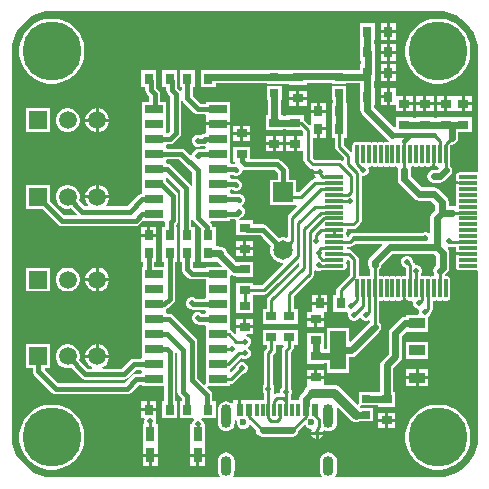
<source format=gtl>
G04*
G04 #@! TF.GenerationSoftware,Altium Limited,Altium Designer,22.9.1 (49)*
G04*
G04 Layer_Physical_Order=1*
G04 Layer_Color=255*
%FSLAX44Y44*%
%MOMM*%
G71*
G04*
G04 #@! TF.SameCoordinates,C6527EDA-D87B-4D04-AF07-29C5A3CB862A*
G04*
G04*
G04 #@! TF.FilePolarity,Positive*
G04*
G01*
G75*
%ADD10C,0.2540*%
%ADD13R,0.7000X0.6500*%
%ADD14R,0.9398X0.7620*%
G04:AMPARAMS|DCode=15|XSize=1.56mm|YSize=0.28mm|CornerRadius=0.035mm|HoleSize=0mm|Usage=FLASHONLY|Rotation=0.000|XOffset=0mm|YOffset=0mm|HoleType=Round|Shape=RoundedRectangle|*
%AMROUNDEDRECTD15*
21,1,1.5600,0.2100,0,0,0.0*
21,1,1.4900,0.2800,0,0,0.0*
1,1,0.0700,0.7450,-0.1050*
1,1,0.0700,-0.7450,-0.1050*
1,1,0.0700,-0.7450,0.1050*
1,1,0.0700,0.7450,0.1050*
%
%ADD15ROUNDEDRECTD15*%
%ADD16R,0.7600X1.2700*%
%ADD17R,0.7620X0.9398*%
G04:AMPARAMS|DCode=18|XSize=1.56mm|YSize=0.28mm|CornerRadius=0.035mm|HoleSize=0mm|Usage=FLASHONLY|Rotation=90.000|XOffset=0mm|YOffset=0mm|HoleType=Round|Shape=RoundedRectangle|*
%AMROUNDEDRECTD18*
21,1,1.5600,0.2100,0,0,90.0*
21,1,1.4900,0.2800,0,0,90.0*
1,1,0.0700,0.1050,0.7450*
1,1,0.0700,0.1050,-0.7450*
1,1,0.0700,-0.1050,-0.7450*
1,1,0.0700,-0.1050,0.7450*
%
%ADD18ROUNDEDRECTD18*%
%ADD19R,1.3500X0.9500*%
%ADD20R,1.3500X3.2500*%
%ADD21R,1.5250X0.6500*%
%ADD22R,0.6000X1.1400*%
%ADD23R,0.3000X1.1400*%
%ADD44C,0.4000*%
%ADD45C,0.6000*%
%ADD46C,0.8000*%
%ADD47C,0.2500*%
%ADD48C,1.6510*%
%ADD49R,1.6510X1.6510*%
%ADD50R,1.5080X1.5080*%
%ADD51C,1.5080*%
%ADD52C,5.0000*%
%ADD53O,0.9000X1.7000*%
%ADD54O,0.9000X2.0000*%
%ADD55C,0.6000*%
%ADD56C,0.5000*%
G36*
X718761Y1197020D02*
X723948Y1195774D01*
X728876Y1193733D01*
X733425Y1190946D01*
X737481Y1187481D01*
X740946Y1183425D01*
X743733Y1178876D01*
X745774Y1173948D01*
X747020Y1168761D01*
X747425Y1163613D01*
X747391Y1163443D01*
Y1061323D01*
X746750Y1060797D01*
X731850D01*
X730722Y1060572D01*
X729766Y1059934D01*
X729128Y1058978D01*
X728903Y1057850D01*
Y1055750D01*
X729128Y1054622D01*
X729343Y1054300D01*
X729128Y1053978D01*
X728947Y1053070D01*
X730658D01*
X730722Y1053027D01*
X731850Y1052803D01*
X739300D01*
Y1050797D01*
X731850D01*
X730722Y1050573D01*
X730658Y1050530D01*
X728947D01*
X729128Y1049622D01*
X729343Y1049300D01*
X729128Y1048978D01*
X728903Y1047850D01*
Y1045750D01*
X729128Y1044622D01*
X729343Y1044300D01*
X729128Y1043978D01*
X728903Y1042850D01*
Y1040750D01*
X729128Y1039622D01*
X729343Y1039300D01*
X729128Y1038978D01*
X728903Y1037850D01*
Y1035750D01*
X729128Y1034622D01*
X729343Y1034300D01*
X729128Y1033978D01*
X728903Y1032850D01*
Y1032734D01*
X727633Y1032064D01*
X725700Y1032449D01*
X722449D01*
Y1035700D01*
X722449Y1035700D01*
X722019Y1037862D01*
X720794Y1039694D01*
X720794Y1039694D01*
X713994Y1046494D01*
X712162Y1047719D01*
X710000Y1048149D01*
X710000Y1048148D01*
X699840D01*
X690648Y1057340D01*
Y1062500D01*
X690264Y1064433D01*
X690934Y1065703D01*
X691050D01*
X692178Y1065928D01*
X692500Y1066143D01*
X692822Y1065928D01*
X693950Y1065703D01*
X696050D01*
X697178Y1065928D01*
X697500Y1066143D01*
X697822Y1065928D01*
X698950Y1065703D01*
X701050D01*
X702178Y1065928D01*
X702500Y1066143D01*
X702822Y1065928D01*
X703950Y1065703D01*
X706050D01*
X707178Y1065928D01*
X707500Y1066143D01*
X707822Y1065928D01*
X708730Y1065747D01*
Y1067458D01*
X708773Y1067522D01*
X708997Y1068650D01*
Y1076100D01*
X711003D01*
Y1068650D01*
X711227Y1067522D01*
X711270Y1067458D01*
Y1065747D01*
X712178Y1065928D01*
X712333Y1066032D01*
X713572Y1065636D01*
X714036Y1064524D01*
X712660Y1063148D01*
X710000D01*
X707838Y1062719D01*
X706006Y1061494D01*
X704781Y1059662D01*
X704352Y1057500D01*
X704781Y1055338D01*
X706006Y1053506D01*
X707838Y1052281D01*
X710000Y1051852D01*
X715000D01*
X715000Y1051851D01*
X717162Y1052281D01*
X718994Y1053506D01*
X723994Y1058506D01*
X725219Y1060338D01*
X725648Y1062500D01*
X725219Y1064662D01*
X723994Y1066494D01*
X723864Y1066581D01*
Y1067984D01*
X723997Y1068650D01*
Y1083503D01*
X724871Y1084377D01*
X725000Y1084352D01*
X727162Y1084781D01*
X728994Y1086006D01*
X730219Y1087838D01*
X730648Y1090000D01*
Y1094760D01*
X742239D01*
Y1107460D01*
X727761D01*
Y1107460D01*
X727239D01*
Y1107460D01*
X712761D01*
Y1106758D01*
X709739D01*
Y1107460D01*
X695261D01*
Y1106758D01*
X692239D01*
Y1107460D01*
X677761D01*
Y1099387D01*
X676588Y1098901D01*
X659178Y1116310D01*
Y1117761D01*
X659880D01*
Y1132239D01*
X659178D01*
Y1137761D01*
X659880D01*
Y1144454D01*
X659988Y1145000D01*
Y1162500D01*
X659880Y1163046D01*
Y1169739D01*
X659178D01*
Y1172761D01*
X659880D01*
Y1187239D01*
X647180D01*
Y1172761D01*
X647881D01*
Y1169739D01*
X647180D01*
Y1155261D01*
X648691D01*
Y1152239D01*
X647180D01*
Y1147399D01*
X636040D01*
Y1147540D01*
X630046D01*
X629500Y1147649D01*
X602239D01*
Y1147740D01*
X587761D01*
Y1147218D01*
X581040D01*
Y1147540D01*
X568960D01*
Y1147399D01*
X542500D01*
X542500Y1147399D01*
X542500Y1147399D01*
X520640D01*
X520640Y1147399D01*
X519838Y1147239D01*
X512540D01*
Y1132761D01*
X525240D01*
Y1136102D01*
X542500D01*
X542500Y1136102D01*
X568960D01*
Y1135960D01*
X574986D01*
X575180Y1135921D01*
X575180Y1135921D01*
X587761D01*
Y1135040D01*
X602239D01*
Y1136351D01*
X623960D01*
Y1135960D01*
X636040D01*
Y1136102D01*
X647881D01*
Y1132239D01*
X647180D01*
Y1117761D01*
X647881D01*
Y1113970D01*
X647881Y1113970D01*
X648311Y1111808D01*
X649536Y1109976D01*
X671006Y1088506D01*
X671503Y1088174D01*
X671798Y1086449D01*
X671731Y1086361D01*
X671050Y1086497D01*
X668950D01*
X667822Y1086272D01*
X667500Y1086057D01*
X667178Y1086272D01*
X666050Y1086497D01*
X663950D01*
X662822Y1086272D01*
X662500Y1086057D01*
X662178Y1086272D01*
X661050Y1086497D01*
X658950D01*
X657822Y1086272D01*
X657500Y1086057D01*
X657178Y1086272D01*
X656050Y1086497D01*
X653950D01*
X652822Y1086272D01*
X652500Y1086057D01*
X652178Y1086272D01*
X651050Y1086497D01*
X648950D01*
X647822Y1086272D01*
X647500Y1086057D01*
X647178Y1086272D01*
X646050Y1086497D01*
X643950D01*
X642822Y1086272D01*
X641866Y1085633D01*
X641228Y1084678D01*
X641003Y1083550D01*
Y1078786D01*
X639733Y1078260D01*
X633885Y1084109D01*
Y1090261D01*
X636350D01*
Y1104739D01*
X636350D01*
Y1105261D01*
X636350D01*
Y1119739D01*
X635648D01*
Y1122460D01*
X636040D01*
Y1134040D01*
X623960D01*
Y1122460D01*
X624352D01*
Y1119739D01*
X623650D01*
Y1105261D01*
X623650D01*
Y1104739D01*
X623650D01*
Y1090261D01*
X626115D01*
Y1082500D01*
X626411Y1081013D01*
X627253Y1079753D01*
X633615Y1073391D01*
Y1071059D01*
X632345Y1070515D01*
X631487Y1071089D01*
X630000Y1071385D01*
X609109D01*
X607394Y1073100D01*
Y1090261D01*
X610950D01*
Y1097500D01*
X612220D01*
Y1098770D01*
X618570D01*
Y1103991D01*
X618570Y1104739D01*
X618570Y1106009D01*
Y1111230D01*
X612220D01*
X605870D01*
Y1106009D01*
X605870Y1105261D01*
X605870Y1103991D01*
Y1101283D01*
X604697Y1100797D01*
X599967Y1105527D01*
X599739Y1105679D01*
Y1109130D01*
X585261D01*
Y1108428D01*
X582239D01*
Y1109130D01*
X580648D01*
Y1122460D01*
X581040D01*
Y1134040D01*
X568960D01*
Y1122460D01*
X569352D01*
Y1109130D01*
X567761D01*
Y1096430D01*
X582239D01*
Y1097132D01*
X585261D01*
Y1096430D01*
X598076D01*
X599624Y1094882D01*
Y1091350D01*
X593770D01*
Y1085000D01*
Y1078650D01*
X599624D01*
Y1071491D01*
X599920Y1070004D01*
X600762Y1068744D01*
X604753Y1064753D01*
X606013Y1063911D01*
X607500Y1063615D01*
X608067D01*
X608773Y1062559D01*
X608557Y1062037D01*
X613486D01*
Y1059497D01*
X608557D01*
X609213Y1057912D01*
X610171Y1056955D01*
X609645Y1055685D01*
X609300D01*
X607813Y1055389D01*
X606553Y1054547D01*
X595891Y1043885D01*
X593295D01*
Y1054595D01*
X587129D01*
Y1062500D01*
X587129Y1062500D01*
X586777Y1064271D01*
X585773Y1065773D01*
X580773Y1070773D01*
X579271Y1071777D01*
X577500Y1072129D01*
X577500Y1072129D01*
X554739D01*
Y1082460D01*
X540261D01*
Y1069760D01*
X541745D01*
X541864Y1069472D01*
X541672Y1069026D01*
X540983Y1068279D01*
X537910D01*
X537285Y1069440D01*
Y1070560D01*
X537285Y1070710D01*
Y1081990D01*
X537285Y1082140D01*
Y1083260D01*
X537285Y1083410D01*
Y1094690D01*
X537285Y1094840D01*
Y1095960D01*
X537285Y1096110D01*
Y1100480D01*
X516955D01*
Y1096110D01*
X516955Y1095960D01*
Y1094819D01*
X516550Y1093679D01*
X514779Y1093327D01*
X513277Y1092323D01*
X513277Y1092323D01*
X513083Y1092129D01*
X511995D01*
X511003Y1092540D01*
X508997D01*
X507145Y1091773D01*
X505727Y1090355D01*
X504960Y1088503D01*
Y1086497D01*
X505727Y1084645D01*
X507145Y1083227D01*
X508997Y1082460D01*
X511003D01*
X511995Y1082871D01*
X515000D01*
X515000Y1082871D01*
X515933Y1083056D01*
X516692Y1082000D01*
X516315Y1080979D01*
X511350D01*
X511350Y1080979D01*
X509579Y1080627D01*
X508217Y1079716D01*
X507145Y1079273D01*
X505727Y1077855D01*
X504960Y1076003D01*
Y1075746D01*
X503787Y1075260D01*
X499423Y1079623D01*
X497921Y1080627D01*
X496150Y1080979D01*
X496150Y1080979D01*
X483670D01*
X483045Y1082140D01*
Y1083260D01*
X483670Y1084421D01*
X486550D01*
X486550Y1084421D01*
X488321Y1084773D01*
X489823Y1085777D01*
X494663Y1090617D01*
X494663Y1090617D01*
X495667Y1092119D01*
X496019Y1093890D01*
X496019Y1093890D01*
Y1121051D01*
X497289Y1121437D01*
X497837Y1120617D01*
X507277Y1111177D01*
X507277Y1111177D01*
X508779Y1110173D01*
X510550Y1109821D01*
X510550Y1109821D01*
X516330D01*
X516955Y1108660D01*
Y1107540D01*
X516955Y1107390D01*
Y1103020D01*
X537285D01*
Y1107390D01*
X537285Y1107540D01*
Y1108660D01*
X537285Y1108810D01*
Y1120240D01*
X516955D01*
Y1119079D01*
X512467D01*
X505739Y1125807D01*
Y1132761D01*
X507460D01*
Y1147239D01*
X494760D01*
Y1132761D01*
X496481D01*
Y1130139D01*
X495211Y1129754D01*
X494663Y1130574D01*
X494663Y1130574D01*
X492829Y1132408D01*
Y1138190D01*
X492829Y1138190D01*
X492740Y1138637D01*
Y1147239D01*
X480040D01*
Y1132761D01*
X483571D01*
Y1130491D01*
X483571Y1130491D01*
X483923Y1128719D01*
X484927Y1127218D01*
X486761Y1125384D01*
Y1095807D01*
X484830Y1093876D01*
X483496Y1094002D01*
X483045Y1094840D01*
Y1095960D01*
X483045Y1096110D01*
Y1107390D01*
X483045Y1107540D01*
Y1108660D01*
X483045Y1108810D01*
Y1120240D01*
X478239D01*
Y1127301D01*
X478239Y1127301D01*
X477887Y1129072D01*
X476883Y1130574D01*
X476883Y1130574D01*
X475049Y1132408D01*
Y1138190D01*
X475049Y1138190D01*
X474960Y1138637D01*
Y1147239D01*
X462260D01*
Y1132761D01*
X465791D01*
Y1130491D01*
X465791Y1130491D01*
X466143Y1128719D01*
X467147Y1127218D01*
X468981Y1125384D01*
Y1120240D01*
X462715D01*
Y1108810D01*
X462715Y1108660D01*
Y1107540D01*
X462715Y1107390D01*
Y1096110D01*
X462715Y1095960D01*
Y1094840D01*
X462715Y1094690D01*
Y1083410D01*
X462715Y1083260D01*
Y1082140D01*
X462715Y1081990D01*
Y1070710D01*
X462715Y1070560D01*
Y1069440D01*
X462715Y1069290D01*
Y1058010D01*
X462715Y1057860D01*
Y1056740D01*
X462715Y1056590D01*
Y1045310D01*
X462715Y1045160D01*
X462715D01*
Y1044040D01*
X462715D01*
Y1042773D01*
X461479Y1042527D01*
X459977Y1041523D01*
X459977Y1041523D01*
X450583Y1032129D01*
X433044D01*
X432557Y1033302D01*
X433066Y1033811D01*
X434393Y1036109D01*
X435080Y1038673D01*
Y1038730D01*
X425000D01*
X414920D01*
Y1038673D01*
X415607Y1036109D01*
X416934Y1033811D01*
X417443Y1033302D01*
X416956Y1032129D01*
X414417D01*
X409614Y1036933D01*
X410080Y1038673D01*
Y1041327D01*
X409393Y1043891D01*
X408066Y1046189D01*
X406189Y1048066D01*
X403891Y1049393D01*
X401327Y1050080D01*
X398673D01*
X396109Y1049393D01*
X393811Y1048066D01*
X391934Y1046189D01*
X390607Y1043891D01*
X389920Y1041327D01*
Y1038673D01*
X390607Y1036109D01*
X391934Y1033811D01*
X393811Y1031934D01*
X396109Y1030607D01*
X398673Y1029920D01*
X401327D01*
X403067Y1030386D01*
X407651Y1025802D01*
X407165Y1024629D01*
X396917D01*
X385080Y1036466D01*
Y1050080D01*
X364920D01*
Y1029920D01*
X378534D01*
X391727Y1016727D01*
X391727Y1016727D01*
X393229Y1015723D01*
X395000Y1015371D01*
X395000Y1015371D01*
X457500D01*
X457500Y1015371D01*
X459271Y1015723D01*
X460773Y1016727D01*
X463806Y1019760D01*
X481731D01*
X482537Y1018778D01*
X482461Y1018399D01*
X482461Y1018399D01*
Y1014739D01*
X480040D01*
Y1001009D01*
X480040Y1000261D01*
X480040Y998991D01*
Y985261D01*
X481761D01*
Y980240D01*
X473239D01*
Y985261D01*
X474960D01*
Y998991D01*
X474960Y999739D01*
X474960Y1001009D01*
Y1006230D01*
X468610D01*
X462260D01*
Y1001009D01*
X462260Y1000261D01*
X462260Y998991D01*
Y985261D01*
X463981D01*
Y980240D01*
X462715D01*
Y968660D01*
X462715D01*
Y967540D01*
X462715D01*
Y955960D01*
X462715D01*
Y954840D01*
X462715D01*
Y943410D01*
X462715Y943260D01*
Y942140D01*
X462715Y941990D01*
Y930560D01*
X462715D01*
Y929440D01*
X462715D01*
Y917860D01*
X462715D01*
Y916740D01*
X462715D01*
Y905160D01*
X462715D01*
Y904149D01*
X462452Y902879D01*
X455750D01*
X455750Y902879D01*
X453979Y902527D01*
X452477Y901523D01*
X452477Y901523D01*
X445583Y894629D01*
X429737D01*
X429397Y895899D01*
X431189Y896934D01*
X433066Y898811D01*
X434393Y901109D01*
X435080Y903673D01*
Y903730D01*
X425000D01*
Y905000D01*
D01*
Y903730D01*
X414920D01*
Y903673D01*
X415607Y901109D01*
X416934Y898811D01*
X418811Y896934D01*
X420603Y895899D01*
X420263Y894629D01*
X416917D01*
X409614Y901933D01*
X410080Y903673D01*
Y906327D01*
X409393Y908891D01*
X408066Y911189D01*
X406189Y913066D01*
X403891Y914393D01*
X401327Y915080D01*
X398673D01*
X396109Y914393D01*
X393811Y913066D01*
X391934Y911189D01*
X390607Y908891D01*
X389920Y906327D01*
Y903673D01*
X390607Y901109D01*
X391934Y898811D01*
X393811Y896934D01*
X396109Y895607D01*
X398673Y894920D01*
X401327D01*
X403067Y895386D01*
X411727Y886727D01*
X411727Y886727D01*
X413229Y885723D01*
X415000Y885371D01*
X447500D01*
X447500Y885371D01*
X449271Y885723D01*
X450773Y886727D01*
X457667Y893621D01*
X462452D01*
X462715Y892460D01*
Y891449D01*
X462452Y890179D01*
X458050D01*
X456279Y889827D01*
X454777Y888823D01*
X454777Y888823D01*
X448083Y882129D01*
X391917D01*
X380396Y893650D01*
X380922Y894920D01*
X385080D01*
Y915080D01*
X364920D01*
Y894920D01*
X370371D01*
Y892500D01*
X370371Y892500D01*
X370723Y890729D01*
X371727Y889227D01*
X386727Y874227D01*
X386727Y874227D01*
X388229Y873223D01*
X390000Y872871D01*
X450000D01*
X450000Y872871D01*
X451771Y873223D01*
X453273Y874227D01*
X459967Y880921D01*
X462715D01*
Y879760D01*
X481761D01*
Y867239D01*
X480040D01*
Y852761D01*
X492740D01*
Y867239D01*
X491019D01*
Y907454D01*
X492289Y908087D01*
X492871Y907647D01*
Y875000D01*
X492871Y875000D01*
X493223Y873229D01*
X494227Y871727D01*
X496481Y869473D01*
Y867239D01*
X494760D01*
Y852761D01*
X506465D01*
X506863Y851491D01*
X505727Y850355D01*
X504960Y848503D01*
Y847790D01*
X503660D01*
Y831260D01*
X503660Y830010D01*
X503660Y828740D01*
Y822370D01*
X510000D01*
X516340D01*
Y828740D01*
X516340Y829990D01*
X516340Y831260D01*
Y847790D01*
X515040D01*
Y848503D01*
X514273Y850355D01*
X513137Y851491D01*
X513535Y852761D01*
X525240D01*
Y867239D01*
X522409D01*
Y872220D01*
X522409Y872220D01*
X522057Y873991D01*
X521053Y875493D01*
X521053Y875493D01*
X518056Y878490D01*
X518582Y879760D01*
X537285D01*
Y881665D01*
X538050D01*
X539537Y881961D01*
X540797Y882803D01*
X547954Y889960D01*
X548503D01*
X550355Y890727D01*
X551773Y892145D01*
X552540Y893997D01*
Y896003D01*
X551773Y897855D01*
X550355Y899273D01*
X548503Y900040D01*
X546497D01*
X544645Y899273D01*
X543227Y897855D01*
X542460Y896003D01*
Y895454D01*
X538555Y891549D01*
X537285Y892075D01*
Y892460D01*
X537285Y892610D01*
Y894693D01*
X538497Y895503D01*
X546609Y903615D01*
X546757D01*
X547145Y903227D01*
X548997Y902460D01*
X551003D01*
X552855Y903227D01*
X554273Y904645D01*
X555040Y906497D01*
Y908503D01*
X554273Y910355D01*
X552855Y911773D01*
X552632Y911865D01*
Y913135D01*
X552855Y913227D01*
X554273Y914645D01*
X555040Y916497D01*
Y918503D01*
X554273Y920355D01*
X552855Y921773D01*
X551389Y922380D01*
X551641Y923650D01*
X557239D01*
Y928730D01*
X542761D01*
Y924529D01*
X541491Y924003D01*
X539097Y926397D01*
X537837Y927239D01*
X537285Y927349D01*
Y929290D01*
X537285Y929440D01*
Y930560D01*
X537285Y930710D01*
Y941990D01*
X537285Y942140D01*
Y943260D01*
X537285Y943410D01*
Y954690D01*
X537285Y954840D01*
Y955960D01*
X537285Y956110D01*
Y967390D01*
X537285Y967540D01*
Y968660D01*
X537285Y968810D01*
Y973441D01*
X538555Y973934D01*
X538948Y973671D01*
X541110Y973241D01*
X541110Y973242D01*
X542761D01*
Y972540D01*
X557239D01*
Y985240D01*
X542761D01*
X542761Y985240D01*
Y985240D01*
X541903Y986085D01*
X535040Y992948D01*
Y993503D01*
X534273Y995355D01*
X532855Y996773D01*
X531003Y997540D01*
X529929D01*
X529662Y997719D01*
X527500Y998149D01*
X527500Y998148D01*
X526138D01*
X525240Y999047D01*
Y999739D01*
X525240Y1001009D01*
Y1014739D01*
X522405D01*
X522057Y1016491D01*
X521053Y1017993D01*
X521053Y1017993D01*
X520460Y1018587D01*
X520946Y1019760D01*
X537285D01*
Y1020921D01*
X541773D01*
X542761Y1020240D01*
X542761Y1019919D01*
Y1007540D01*
X551363D01*
X551810Y1007451D01*
X551810Y1007451D01*
X563503D01*
X565337Y1005617D01*
X565337Y1005617D01*
X572303Y998651D01*
X571705Y996421D01*
Y993579D01*
X572441Y990833D01*
X573862Y988372D01*
X575872Y986362D01*
X578333Y984941D01*
X581079Y984205D01*
X582052D01*
X582538Y983032D01*
X572442Y972936D01*
X564501Y964995D01*
X557239D01*
Y967460D01*
X542761D01*
Y954760D01*
X542761D01*
X542761Y954130D01*
X542761D01*
Y941430D01*
X557239D01*
Y954130D01*
X557239D01*
X557239Y954760D01*
X557239D01*
Y957225D01*
X566110D01*
X567597Y957521D01*
X568857Y958363D01*
X577936Y967442D01*
X594942Y984448D01*
X596115Y983962D01*
Y981609D01*
X569753Y955247D01*
X568911Y953987D01*
X568615Y952500D01*
Y945240D01*
X565261D01*
Y932540D01*
X579739D01*
Y932540D01*
X580261D01*
Y932540D01*
X594739D01*
Y945240D01*
X591385D01*
Y955891D01*
X607747Y972253D01*
X608589Y973513D01*
X608885Y975000D01*
Y977328D01*
X610155Y978016D01*
X611497Y977460D01*
X613503D01*
X614602Y977915D01*
X617687D01*
X618250Y977803D01*
X633150D01*
X634278Y978028D01*
X635234Y978666D01*
X635872Y979622D01*
X636097Y980750D01*
Y982850D01*
X635872Y983978D01*
X635657Y984300D01*
X635872Y984622D01*
X636097Y985750D01*
Y986614D01*
X637367Y987140D01*
X638615Y985891D01*
Y974109D01*
X628643Y964137D01*
X627801Y962877D01*
X627505Y961390D01*
Y957239D01*
X625040D01*
Y942761D01*
X636814D01*
X637662Y941491D01*
X637460Y941003D01*
Y938997D01*
X638227Y937145D01*
X639645Y935727D01*
X641497Y934960D01*
X643503D01*
X645355Y935727D01*
X646773Y937145D01*
X646865Y937368D01*
X648135D01*
X648227Y937145D01*
X649645Y935727D01*
X651497Y934960D01*
X653503D01*
X654548Y935393D01*
X655641Y934653D01*
X655703Y933692D01*
X639463Y917452D01*
X638290Y917938D01*
Y928790D01*
X619710D01*
Y910928D01*
X618218D01*
X617239Y911630D01*
X617239Y912260D01*
X617239D01*
Y924960D01*
X602761D01*
Y912260D01*
X602761D01*
X602761Y911630D01*
X602761D01*
Y898930D01*
X617239D01*
Y899632D01*
X619710D01*
Y891210D01*
X638290D01*
Y904352D01*
X640000D01*
X640000Y904352D01*
X642162Y904781D01*
X643994Y906006D01*
X663994Y926006D01*
X665219Y927838D01*
X665649Y930000D01*
X665219Y932162D01*
X663994Y933994D01*
X663885Y934067D01*
Y952050D01*
X663950Y952103D01*
X666050D01*
X667178Y952328D01*
X667500Y952543D01*
X667822Y952328D01*
X668950Y952103D01*
X671050D01*
X672178Y952328D01*
X672500Y952543D01*
X672822Y952328D01*
X673950Y952103D01*
X676050D01*
X677178Y952328D01*
X677500Y952543D01*
X677822Y952328D01*
X678950Y952103D01*
X681050D01*
X682178Y952328D01*
X682500Y952543D01*
X682822Y952328D01*
X683730Y952147D01*
Y953858D01*
X683773Y953922D01*
X683997Y955050D01*
Y962500D01*
X686003D01*
Y955050D01*
X686227Y953922D01*
X686270Y953858D01*
Y952147D01*
X687178Y952328D01*
X687500Y952543D01*
X687822Y952328D01*
X688950Y952103D01*
X691050D01*
X691585Y952210D01*
X692519Y951144D01*
X692460Y951003D01*
Y948997D01*
X693227Y947145D01*
X694645Y945727D01*
X696497Y944960D01*
X696921D01*
X697626Y943904D01*
X697460Y943503D01*
Y941497D01*
X697523Y941346D01*
X696817Y940290D01*
X686710D01*
Y938649D01*
X685500D01*
X685500Y938649D01*
X683338Y938219D01*
X681506Y936994D01*
X681506Y936994D01*
X673506Y928994D01*
X672281Y927162D01*
X671851Y925000D01*
X671852Y925000D01*
Y907340D01*
X666006Y901494D01*
X664781Y899662D01*
X664352Y897500D01*
X664352Y897500D01*
Y875240D01*
X662761D01*
Y874899D01*
X658540D01*
Y875040D01*
X646460D01*
Y864665D01*
X645190Y864139D01*
X630424Y878904D01*
X629058Y879953D01*
X627467Y880612D01*
X625760Y880836D01*
X618379D01*
X617239Y881150D01*
X617239Y882106D01*
Y886230D01*
X602761D01*
Y881150D01*
X602761D01*
X603350Y880019D01*
X603347Y879880D01*
X602076Y878904D01*
X601027Y877538D01*
X600368Y875947D01*
X600355Y875843D01*
X597506Y872994D01*
X596281Y871162D01*
X595851Y869000D01*
X594948Y868240D01*
X588885D01*
Y871757D01*
X589273Y872145D01*
X590040Y873997D01*
Y876003D01*
X589273Y877855D01*
X588885Y878243D01*
Y908391D01*
X590247Y909753D01*
X591089Y911013D01*
X591385Y912500D01*
Y914760D01*
X594739D01*
Y927460D01*
X580261D01*
Y927460D01*
X579739D01*
Y927460D01*
X565261D01*
Y914760D01*
X568615D01*
Y911609D01*
X567253Y910247D01*
X566411Y908987D01*
X566115Y907500D01*
Y880743D01*
X565727Y880355D01*
X564960Y878503D01*
Y876497D01*
X565727Y874645D01*
X566115Y874257D01*
Y868240D01*
X546770D01*
Y860000D01*
X544230D01*
Y868240D01*
X539960D01*
Y865793D01*
X538690Y865167D01*
X537800Y865849D01*
X536088Y866559D01*
X534250Y866801D01*
X532412Y866559D01*
X530700Y865849D01*
X529229Y864721D01*
X528101Y863250D01*
X527391Y861538D01*
X527149Y859700D01*
Y848700D01*
X527391Y846862D01*
X528101Y845150D01*
X529229Y843679D01*
X530700Y842551D01*
X532412Y841841D01*
X534250Y841599D01*
X536088Y841841D01*
X537800Y842551D01*
X539271Y843679D01*
X540399Y845150D01*
X541109Y846862D01*
X541351Y848700D01*
Y851421D01*
X542342Y851521D01*
X543087Y850467D01*
X543060Y850402D01*
Y848198D01*
X543903Y846162D01*
X545462Y844603D01*
X547498Y843760D01*
X549702D01*
X551738Y844603D01*
X553297Y846162D01*
X553605Y846908D01*
X554851Y847155D01*
X559377Y842629D01*
X559352Y842500D01*
X559781Y840338D01*
X561006Y838506D01*
X562838Y837281D01*
X565000Y836852D01*
X590000D01*
X592162Y837281D01*
X593994Y838506D01*
X595219Y840338D01*
X595648Y842500D01*
X595623Y842629D01*
X600149Y847155D01*
X601395Y846908D01*
X601703Y846162D01*
X603262Y844603D01*
X605298Y843760D01*
X606033D01*
X606216Y843595D01*
X606777Y842490D01*
X606301Y841341D01*
X616159D01*
X615912Y841938D01*
X616955Y842738D01*
X617200Y842551D01*
X618912Y841841D01*
X620750Y841599D01*
X622588Y841841D01*
X624300Y842551D01*
X625771Y843679D01*
X626899Y845150D01*
X627609Y846862D01*
X627851Y848700D01*
Y859700D01*
X627650Y861225D01*
X628550Y861820D01*
X628782Y861889D01*
X639586Y851086D01*
X640952Y850037D01*
X642543Y849378D01*
X644250Y849154D01*
X645957Y849378D01*
X647362Y849960D01*
X658540D01*
Y861540D01*
X648148D01*
X647633Y862203D01*
X648199Y863460D01*
X658540D01*
Y863602D01*
X662761D01*
Y862540D01*
X677239D01*
Y875240D01*
X675649D01*
Y895160D01*
X681494Y901006D01*
X681494Y901006D01*
X682719Y902838D01*
X683148Y905000D01*
Y922660D01*
X685658Y925170D01*
X686710Y925710D01*
Y925710D01*
X686710Y925710D01*
X705290D01*
Y938200D01*
X705355Y938227D01*
X706773Y939645D01*
X707540Y941497D01*
Y942046D01*
X707747Y942253D01*
X708589Y943513D01*
X708885Y945000D01*
Y952050D01*
X708950Y952103D01*
X711050D01*
X712178Y952328D01*
X712500Y952543D01*
X712822Y952328D01*
X713950Y952103D01*
X716050D01*
X717178Y952328D01*
X717500Y952543D01*
X717822Y952328D01*
X718950Y952103D01*
X721050D01*
X722178Y952328D01*
X723134Y952966D01*
X723772Y953922D01*
X723997Y955050D01*
Y969950D01*
X723772Y971078D01*
X723134Y972034D01*
X722178Y972672D01*
X721050Y972897D01*
X720181D01*
X719655Y974167D01*
X721494Y976006D01*
X722719Y977838D01*
X723149Y980000D01*
X723148Y980000D01*
Y992500D01*
X723149Y992500D01*
X722719Y994662D01*
X721697Y996190D01*
X722040Y997129D01*
X722324Y997460D01*
X723503D01*
X724602Y997915D01*
X728850D01*
X728903Y997850D01*
Y995750D01*
X729128Y994622D01*
X729343Y994300D01*
X729128Y993978D01*
X728947Y993070D01*
X730658D01*
X730722Y993027D01*
X731850Y992803D01*
X739300D01*
Y990797D01*
X731850D01*
X730722Y990573D01*
X730658Y990530D01*
X728947D01*
X729128Y989622D01*
X729343Y989300D01*
X729128Y988978D01*
X728903Y987850D01*
Y985750D01*
X729128Y984622D01*
X729343Y984300D01*
X729128Y983978D01*
X728903Y982850D01*
Y980750D01*
X729128Y979622D01*
X729766Y978666D01*
X730722Y978028D01*
X731850Y977803D01*
X746750D01*
X747391Y977277D01*
Y836557D01*
X747425Y836387D01*
X747020Y831239D01*
X745774Y826052D01*
X743733Y821124D01*
X740946Y816575D01*
X737481Y812519D01*
X733425Y809054D01*
X728876Y806267D01*
X723948Y804226D01*
X718761Y802980D01*
X713613Y802575D01*
X713443Y802609D01*
X626611D01*
X626078Y803879D01*
X626899Y804950D01*
X627609Y806662D01*
X627851Y808500D01*
Y816500D01*
X627609Y818338D01*
X626899Y820050D01*
X625771Y821521D01*
X624300Y822649D01*
X622588Y823359D01*
X620750Y823601D01*
X618912Y823359D01*
X617200Y822649D01*
X615729Y821521D01*
X614601Y820050D01*
X613891Y818338D01*
X613649Y816500D01*
Y808500D01*
X613891Y806662D01*
X614601Y804950D01*
X615422Y803879D01*
X614889Y802609D01*
X540111D01*
X539578Y803879D01*
X540399Y804950D01*
X541109Y806662D01*
X541351Y808500D01*
Y816500D01*
X541109Y818338D01*
X540399Y820050D01*
X539271Y821521D01*
X537800Y822649D01*
X536088Y823359D01*
X534250Y823601D01*
X532412Y823359D01*
X530700Y822649D01*
X529229Y821521D01*
X528101Y820050D01*
X527391Y818338D01*
X527149Y816500D01*
Y808500D01*
X527391Y806662D01*
X528101Y804950D01*
X528922Y803879D01*
X528389Y802609D01*
X386557D01*
X386387Y802575D01*
X381239Y802980D01*
X376052Y804226D01*
X371209Y806232D01*
X356232Y821209D01*
X354226Y826052D01*
X352980Y831239D01*
X352575Y836387D01*
X352609Y836557D01*
Y1163443D01*
X352575Y1163613D01*
X352980Y1168761D01*
X354226Y1173948D01*
X356267Y1178876D01*
X359054Y1183425D01*
X360390Y1184988D01*
X368238Y1191965D01*
X371124Y1193733D01*
X376052Y1195774D01*
X381239Y1197020D01*
X386387Y1197425D01*
X386557Y1197391D01*
X713443D01*
X713613Y1197425D01*
X718761Y1197020D01*
D02*
G37*
G36*
X677822Y1065928D02*
X678950Y1065703D01*
X679066D01*
X679736Y1064433D01*
X679352Y1062500D01*
Y1055000D01*
X679351Y1055000D01*
X679781Y1052838D01*
X681006Y1051006D01*
X693506Y1038506D01*
X693506Y1038506D01*
X695338Y1037281D01*
X697500Y1036852D01*
X707660D01*
X711152Y1033360D01*
Y1029140D01*
X708506Y1026494D01*
X707281Y1024662D01*
X706851Y1022500D01*
X706852Y1022500D01*
Y1009572D01*
X705582Y1009046D01*
X705355Y1009273D01*
X703503Y1010040D01*
X701497D01*
X700505Y1009629D01*
X642500D01*
X640729Y1009277D01*
X639227Y1008273D01*
X638223Y1006771D01*
X638086Y1006079D01*
X637691Y1005685D01*
X636150D01*
X636097Y1005750D01*
Y1007850D01*
X635872Y1008978D01*
X635657Y1009300D01*
X635872Y1009622D01*
X636097Y1010750D01*
Y1012850D01*
X636150Y1012915D01*
X641800D01*
X643287Y1013211D01*
X644547Y1014053D01*
X647747Y1017253D01*
X648589Y1018513D01*
X648885Y1020000D01*
Y1057385D01*
X648997Y1057460D01*
X651003D01*
X652855Y1058227D01*
X654273Y1059645D01*
X655040Y1061497D01*
Y1063503D01*
X654654Y1064433D01*
X655503Y1065703D01*
X656050D01*
X657178Y1065928D01*
X657500Y1066143D01*
X657822Y1065928D01*
X658950Y1065703D01*
X661050D01*
X662178Y1065928D01*
X662500Y1066143D01*
X662822Y1065928D01*
X663950Y1065703D01*
X666050D01*
X667178Y1065928D01*
X667500Y1066143D01*
X667822Y1065928D01*
X668950Y1065703D01*
X671050D01*
X672178Y1065928D01*
X672500Y1066143D01*
X672822Y1065928D01*
X673950Y1065703D01*
X676050D01*
X677178Y1065928D01*
X677500Y1066143D01*
X677822Y1065928D01*
D02*
G37*
G36*
X550000Y1062871D02*
X575583D01*
X577871Y1060583D01*
Y1054595D01*
X571705D01*
Y1033005D01*
X593215D01*
X594057Y1032050D01*
X587253Y1025247D01*
X586411Y1023987D01*
X586115Y1022500D01*
Y1006250D01*
X585108Y1005477D01*
X583921Y1005795D01*
X581079D01*
X578849Y1005198D01*
X571883Y1012163D01*
X571883Y1012163D01*
X568693Y1015353D01*
X567191Y1016357D01*
X565420Y1016709D01*
X565420Y1016709D01*
X557239D01*
Y1020240D01*
X545561D01*
X545176Y1021510D01*
X546323Y1022277D01*
X546863Y1022816D01*
X547855Y1023227D01*
X549273Y1024645D01*
X550040Y1026497D01*
Y1028503D01*
X549273Y1030355D01*
X547855Y1031773D01*
X547632Y1031865D01*
Y1033135D01*
X547855Y1033227D01*
X549273Y1034645D01*
X550040Y1036497D01*
Y1038503D01*
X549273Y1040355D01*
X547855Y1041773D01*
X546003Y1042540D01*
X545954D01*
X544250Y1042879D01*
X544250Y1042879D01*
X537910D01*
X537285Y1044040D01*
Y1045160D01*
X537837Y1046186D01*
X539086Y1046286D01*
X539645Y1045727D01*
X541497Y1044960D01*
X543503D01*
X545355Y1045727D01*
X546773Y1047145D01*
X547540Y1048997D01*
Y1051003D01*
X546773Y1052855D01*
X545355Y1054273D01*
X543761Y1054933D01*
X543321Y1055227D01*
X541550Y1055579D01*
X541550Y1055579D01*
X537910D01*
X537285Y1056740D01*
Y1057860D01*
X537724Y1058676D01*
X539068Y1058805D01*
X539645Y1058227D01*
X541497Y1057460D01*
X543503D01*
X545355Y1058227D01*
X546773Y1059645D01*
X547540Y1061497D01*
Y1062164D01*
X547663Y1062353D01*
X548810Y1063108D01*
X550000Y1062871D01*
D02*
G37*
G36*
X505371Y1060583D02*
Y1049783D01*
X504101Y1049534D01*
X503273Y1050773D01*
X503273Y1050773D01*
X487123Y1066923D01*
X485621Y1067927D01*
X483850Y1068279D01*
X483045Y1069152D01*
X483045Y1069440D01*
Y1070560D01*
X483670Y1071721D01*
X494233D01*
X505371Y1060583D01*
D02*
G37*
G36*
X506727Y1019227D02*
X512540Y1013414D01*
Y1001009D01*
X512540Y1000261D01*
X512540Y998991D01*
Y985261D01*
X525240D01*
Y985261D01*
X526308Y985704D01*
X530598Y981413D01*
X530112Y980240D01*
X516955D01*
Y979629D01*
X506917D01*
X505739Y980807D01*
Y985261D01*
X507460D01*
Y998991D01*
X507460Y999739D01*
X507460Y1001009D01*
Y1014739D01*
X504629D01*
Y1020217D01*
X505899Y1020466D01*
X506727Y1019227D01*
D02*
G37*
G36*
X711852Y990160D02*
Y982340D01*
X711006Y981494D01*
X709781Y979662D01*
X709352Y977500D01*
X709781Y975338D01*
X710564Y974167D01*
X709885Y972897D01*
X708950D01*
X707822Y972672D01*
X707500Y972457D01*
X707178Y972672D01*
X706050Y972897D01*
X703950D01*
X702822Y972672D01*
X702500Y972457D01*
X702178Y972672D01*
X701050Y972897D01*
X698950D01*
X698885Y972950D01*
Y974257D01*
X699273Y974645D01*
X700040Y976497D01*
Y978503D01*
X699273Y980355D01*
X697855Y981773D01*
X696003Y982540D01*
X693997D01*
X693643Y983713D01*
X693589Y983987D01*
X692747Y985247D01*
X692540Y985454D01*
Y986003D01*
X691773Y987855D01*
X690355Y989273D01*
X688503Y990040D01*
X686497D01*
X684645Y989273D01*
X683227Y987855D01*
X682460Y986003D01*
Y983997D01*
X683227Y982145D01*
X684645Y980727D01*
X686115Y980118D01*
Y972950D01*
X686050Y972897D01*
X683950D01*
X682822Y972672D01*
X682500Y972457D01*
X682178Y972672D01*
X681050Y972897D01*
X678950D01*
X677822Y972672D01*
X677500Y972457D01*
X677178Y972672D01*
X676050Y972897D01*
X673950D01*
X672822Y972672D01*
X672500Y972457D01*
X672178Y972672D01*
X671050Y972897D01*
X668950D01*
X667822Y972672D01*
X667500Y972457D01*
X667178Y972672D01*
X666050Y972897D01*
X663950D01*
X663885Y972950D01*
Y978433D01*
X663994Y978506D01*
X665219Y980338D01*
X665648Y982500D01*
Y982660D01*
X674840Y991852D01*
X710160D01*
X711852Y990160D01*
D02*
G37*
G36*
X666209Y999198D02*
X656006Y988994D01*
X654781Y987162D01*
X654351Y985000D01*
X654352Y985000D01*
Y982500D01*
X654781Y980338D01*
X656006Y978506D01*
X656115Y978433D01*
Y972950D01*
X656050Y972897D01*
X653950D01*
X652822Y972672D01*
X652500Y972457D01*
X652178Y972672D01*
X651050Y972897D01*
X648950D01*
X647822Y972672D01*
X647500Y972457D01*
X647499Y972457D01*
X647178Y972672D01*
X646736Y972760D01*
X646385Y972900D01*
Y987500D01*
X646089Y988987D01*
X645247Y990247D01*
X640947Y994547D01*
X639687Y995389D01*
X638200Y995685D01*
X636150D01*
X636097Y995750D01*
Y997850D01*
X636150Y997915D01*
X639300D01*
X640787Y998211D01*
X642047Y999053D01*
X643365Y1000371D01*
X665723D01*
X666209Y999198D01*
D02*
G37*
G36*
X495371Y1045583D02*
Y1014739D01*
X494760D01*
Y1001009D01*
X494760Y1000261D01*
X494760Y998991D01*
Y985261D01*
X496481D01*
Y978890D01*
X496481Y978890D01*
X496833Y977119D01*
X497837Y975617D01*
X501727Y971727D01*
X501727Y971727D01*
X503228Y970723D01*
X505000Y970371D01*
X516955D01*
Y968810D01*
X516955Y968660D01*
Y967540D01*
X516955Y967390D01*
Y956110D01*
X516955Y955960D01*
Y954840D01*
X516330Y953679D01*
X508449D01*
X507855Y954273D01*
X506003Y955040D01*
X503997D01*
X502145Y954273D01*
X500727Y952855D01*
X499960Y951003D01*
Y948997D01*
X500727Y947145D01*
X502145Y945727D01*
X503739Y945067D01*
X504179Y944773D01*
X505950Y944421D01*
X516330D01*
X516955Y943260D01*
Y942140D01*
X516330Y940979D01*
X513649D01*
X512855Y941773D01*
X511003Y942540D01*
X508997D01*
X507145Y941773D01*
X505727Y940355D01*
X504960Y938503D01*
Y936497D01*
X505727Y934645D01*
X507145Y933227D01*
X508478Y932675D01*
X509379Y932073D01*
X511150Y931721D01*
X511150Y931721D01*
X516330D01*
X516955Y930560D01*
Y929440D01*
X516955Y929290D01*
Y918010D01*
X516955Y917860D01*
X516955D01*
Y916740D01*
X516955D01*
Y905160D01*
X516955D01*
Y904040D01*
X516955D01*
Y892610D01*
X516955Y892460D01*
Y891340D01*
X516955Y891190D01*
Y881387D01*
X515685Y880861D01*
X509629Y886917D01*
Y917500D01*
X509629Y917500D01*
X509277Y919271D01*
X508273Y920773D01*
X508273Y920773D01*
X489423Y939623D01*
X487921Y940627D01*
X486150Y940979D01*
X486150Y940979D01*
X483670D01*
X483045Y942140D01*
Y943260D01*
X483045Y943410D01*
Y944694D01*
X483446Y944773D01*
X484948Y945777D01*
X489194Y950023D01*
X489663Y950337D01*
X490667Y951839D01*
X491019Y953610D01*
Y985261D01*
X492740D01*
Y998991D01*
X492740Y999739D01*
X492740Y1001009D01*
Y1014739D01*
X491719D01*
Y1016482D01*
X492163Y1016926D01*
X492163Y1016926D01*
X493167Y1018428D01*
X493519Y1020199D01*
X493519Y1020199D01*
Y1041110D01*
X493519Y1041110D01*
X493167Y1042881D01*
X492163Y1044383D01*
X492163Y1044383D01*
X483045Y1053501D01*
Y1056113D01*
X484315Y1056639D01*
X495371Y1045583D01*
D02*
G37*
G36*
X582996Y913490D02*
X582253Y912747D01*
X581411Y911487D01*
X581115Y910000D01*
Y878243D01*
X580727Y877855D01*
X579960Y876003D01*
Y873997D01*
X579885Y873885D01*
X577500D01*
X576013Y873589D01*
X575789Y873439D01*
X574407Y874008D01*
X574273Y874645D01*
X575040Y876497D01*
Y878503D01*
X574273Y880355D01*
X573885Y880743D01*
Y905891D01*
X575247Y907253D01*
X576089Y908513D01*
X576385Y910000D01*
Y914760D01*
X579739D01*
Y914760D01*
X580261D01*
Y914760D01*
X582470D01*
X582996Y913490D01*
D02*
G37*
%LPC*%
G36*
X677660Y1187239D02*
X672580D01*
Y1181270D01*
X677660D01*
Y1187239D01*
D02*
G37*
G36*
X670040D02*
X664960D01*
Y1181270D01*
X670040D01*
Y1187239D01*
D02*
G37*
G36*
X677660Y1178730D02*
X672580D01*
Y1172761D01*
X677660D01*
Y1178730D01*
D02*
G37*
G36*
X670040D02*
X664960D01*
Y1172761D01*
X670040D01*
Y1178730D01*
D02*
G37*
G36*
X677660Y1169739D02*
X672580D01*
Y1163770D01*
X677660D01*
Y1169739D01*
D02*
G37*
G36*
X670040D02*
X664960D01*
Y1163770D01*
X670040D01*
Y1169739D01*
D02*
G37*
G36*
X677660Y1161230D02*
X672580D01*
Y1155261D01*
X677660D01*
Y1161230D01*
D02*
G37*
G36*
X670040D02*
X664960D01*
Y1155261D01*
X670040D01*
Y1161230D01*
D02*
G37*
G36*
X677660Y1152239D02*
X672580D01*
Y1146270D01*
X677660D01*
Y1152239D01*
D02*
G37*
G36*
X670040D02*
X664960D01*
Y1146270D01*
X670040D01*
Y1152239D01*
D02*
G37*
G36*
X677660Y1143730D02*
X672580D01*
Y1137761D01*
X677660D01*
Y1143730D01*
D02*
G37*
G36*
X670040D02*
X664960D01*
Y1137761D01*
X670040D01*
Y1143730D01*
D02*
G37*
G36*
X388724Y1190983D02*
X384389D01*
X380108Y1190305D01*
X375985Y1188965D01*
X372123Y1186997D01*
X368616Y1184449D01*
X365551Y1181384D01*
X363003Y1177877D01*
X361035Y1174015D01*
X359695Y1169892D01*
X359017Y1165611D01*
Y1161276D01*
X359695Y1156994D01*
X361035Y1152871D01*
X363003Y1149009D01*
X365551Y1145502D01*
X368616Y1142437D01*
X372123Y1139889D01*
X375985Y1137921D01*
X380108Y1136581D01*
X384389Y1135903D01*
X388724D01*
X393006Y1136581D01*
X397129Y1137921D01*
X400991Y1139889D01*
X404498Y1142437D01*
X407563Y1145502D01*
X410111Y1149009D01*
X412079Y1152871D01*
X413419Y1156994D01*
X414097Y1161276D01*
Y1165611D01*
X413419Y1169892D01*
X412079Y1174015D01*
X410111Y1177877D01*
X407563Y1181384D01*
X404498Y1184449D01*
X400991Y1186997D01*
X397129Y1188965D01*
X393006Y1190305D01*
X388724Y1190983D01*
D02*
G37*
G36*
X715611Y1190983D02*
X711276D01*
X706994Y1190305D01*
X702871Y1188965D01*
X699009Y1186997D01*
X695502Y1184449D01*
X692437Y1181384D01*
X689889Y1177877D01*
X687921Y1174015D01*
X686581Y1169892D01*
X685903Y1165611D01*
Y1161276D01*
X686581Y1156994D01*
X687921Y1152871D01*
X689889Y1149009D01*
X692437Y1145502D01*
X695502Y1142437D01*
X699009Y1139889D01*
X702871Y1137921D01*
X706994Y1136581D01*
X711276Y1135903D01*
X715611D01*
X719892Y1136581D01*
X724015Y1137921D01*
X727877Y1139889D01*
X731384Y1142437D01*
X734449Y1145502D01*
X736997Y1149009D01*
X738965Y1152871D01*
X740305Y1156994D01*
X740983Y1161276D01*
Y1165611D01*
X740305Y1169892D01*
X738965Y1174015D01*
X736997Y1177877D01*
X734449Y1181384D01*
X731384Y1184449D01*
X727877Y1186997D01*
X724015Y1188965D01*
X719892Y1190305D01*
X715611Y1190983D01*
D02*
G37*
G36*
X670040Y1132239D02*
X664960D01*
Y1126270D01*
X670040D01*
Y1132239D01*
D02*
G37*
G36*
X602239Y1129960D02*
X596270D01*
Y1124880D01*
X602239D01*
Y1129960D01*
D02*
G37*
G36*
X593730D02*
X587761D01*
Y1124880D01*
X593730D01*
Y1129960D01*
D02*
G37*
G36*
X736270Y1125240D02*
Y1120160D01*
X742239D01*
Y1125240D01*
X736270D01*
D02*
G37*
G36*
X686270D02*
Y1120160D01*
X692239D01*
Y1125240D01*
X686270D01*
D02*
G37*
G36*
X709739D02*
X703770D01*
Y1120160D01*
X709739D01*
Y1125240D01*
D02*
G37*
G36*
X718730D02*
X712761D01*
Y1120160D01*
X718730D01*
Y1125240D01*
D02*
G37*
G36*
X701230D02*
X695261D01*
Y1120160D01*
X701230D01*
Y1125240D01*
D02*
G37*
G36*
X670040Y1123730D02*
X664960D01*
Y1117761D01*
X670040D01*
Y1123730D01*
D02*
G37*
G36*
X602239Y1122340D02*
X596270D01*
Y1117260D01*
X602239D01*
Y1122340D01*
D02*
G37*
G36*
X593730D02*
X587761D01*
Y1117260D01*
X593730D01*
Y1122340D01*
D02*
G37*
G36*
X618570Y1119739D02*
X613490D01*
Y1113770D01*
X618570D01*
Y1119739D01*
D02*
G37*
G36*
X610950D02*
X605870D01*
Y1113770D01*
X610950D01*
Y1119739D01*
D02*
G37*
G36*
X742239Y1117620D02*
X736270D01*
Y1112540D01*
X742239D01*
Y1117620D01*
D02*
G37*
G36*
X709739D02*
X703770D01*
Y1112540D01*
X709739D01*
Y1117620D01*
D02*
G37*
G36*
X701230D02*
X695261D01*
Y1112540D01*
X701230D01*
Y1117620D01*
D02*
G37*
G36*
X692239D02*
X686270D01*
Y1112540D01*
X692239D01*
Y1117620D01*
D02*
G37*
G36*
X677660Y1132239D02*
X672580D01*
Y1125000D01*
Y1117761D01*
X677660Y1117761D01*
X677761Y1116533D01*
Y1112540D01*
X683730D01*
Y1118890D01*
Y1125240D01*
X677761Y1125240D01*
X677660Y1126468D01*
Y1132239D01*
D02*
G37*
G36*
X718730Y1117620D02*
X712761D01*
Y1112540D01*
X718730D01*
Y1117620D01*
D02*
G37*
G36*
X727761Y1125240D02*
X726491Y1125240D01*
X721270D01*
Y1118890D01*
Y1112540D01*
X726491D01*
X727239Y1112540D01*
X728509Y1112540D01*
X733730D01*
Y1118890D01*
Y1125240D01*
X728509D01*
X727761Y1125240D01*
D02*
G37*
G36*
X426327Y1115080D02*
X426270D01*
Y1106270D01*
X435080D01*
Y1106327D01*
X434393Y1108891D01*
X433066Y1111189D01*
X431189Y1113066D01*
X428891Y1114393D01*
X426327Y1115080D01*
D02*
G37*
G36*
X423730D02*
X423673D01*
X421109Y1114393D01*
X418811Y1113066D01*
X416934Y1111189D01*
X415607Y1108891D01*
X414920Y1106327D01*
Y1106270D01*
X423730D01*
Y1115080D01*
D02*
G37*
G36*
X554739Y1100240D02*
X548770D01*
Y1095160D01*
X554739D01*
Y1100240D01*
D02*
G37*
G36*
X546230D02*
X540261D01*
Y1095160D01*
X546230D01*
Y1100240D01*
D02*
G37*
G36*
X435080Y1103730D02*
X426270D01*
Y1094920D01*
X426327D01*
X428891Y1095607D01*
X431189Y1096934D01*
X433066Y1098811D01*
X434393Y1101109D01*
X435080Y1103673D01*
Y1103730D01*
D02*
G37*
G36*
X423730D02*
X414920D01*
Y1103673D01*
X415607Y1101109D01*
X416934Y1098811D01*
X418811Y1096934D01*
X421109Y1095607D01*
X423673Y1094920D01*
X423730D01*
Y1103730D01*
D02*
G37*
G36*
X401327Y1115080D02*
X398673D01*
X396109Y1114393D01*
X393811Y1113066D01*
X391934Y1111189D01*
X390607Y1108891D01*
X389920Y1106327D01*
Y1103673D01*
X390607Y1101109D01*
X391934Y1098811D01*
X393811Y1096934D01*
X396109Y1095607D01*
X398673Y1094920D01*
X401327D01*
X403891Y1095607D01*
X406189Y1096934D01*
X408066Y1098811D01*
X409393Y1101109D01*
X410080Y1103673D01*
Y1106327D01*
X409393Y1108891D01*
X408066Y1111189D01*
X406189Y1113066D01*
X403891Y1114393D01*
X401327Y1115080D01*
D02*
G37*
G36*
X385080D02*
X364920D01*
Y1094920D01*
X385080D01*
Y1115080D01*
D02*
G37*
G36*
X618570Y1096230D02*
X613490D01*
Y1090261D01*
X618570D01*
Y1096230D01*
D02*
G37*
G36*
X554739Y1092620D02*
X548770D01*
Y1087540D01*
X554739D01*
Y1092620D01*
D02*
G37*
G36*
X546230D02*
X540261D01*
Y1087540D01*
X546230D01*
Y1092620D01*
D02*
G37*
G36*
X582239Y1091350D02*
X576270D01*
Y1086270D01*
X582239D01*
Y1091350D01*
D02*
G37*
G36*
X573730D02*
X567761D01*
Y1086270D01*
X573730D01*
Y1091350D01*
D02*
G37*
G36*
X591230Y1091350D02*
X585261D01*
Y1086270D01*
X591230D01*
Y1091350D01*
D02*
G37*
G36*
X582239Y1083730D02*
X576270D01*
Y1078650D01*
X582239D01*
Y1083730D01*
D02*
G37*
G36*
X573730D02*
X567761D01*
Y1078650D01*
X573730D01*
Y1083730D01*
D02*
G37*
G36*
X591230Y1083730D02*
X585261D01*
Y1078650D01*
X591230D01*
Y1083730D01*
D02*
G37*
G36*
X426327Y1050080D02*
X426270D01*
Y1041270D01*
X435080D01*
Y1041327D01*
X434393Y1043891D01*
X433066Y1046189D01*
X431189Y1048066D01*
X428891Y1049393D01*
X426327Y1050080D01*
D02*
G37*
G36*
X423730D02*
X423673D01*
X421109Y1049393D01*
X418811Y1048066D01*
X416934Y1046189D01*
X415607Y1043891D01*
X414920Y1041327D01*
Y1041270D01*
X423730D01*
Y1050080D01*
D02*
G37*
G36*
X474960Y1014739D02*
X469880D01*
Y1008770D01*
X474960D01*
Y1014739D01*
D02*
G37*
G36*
X467340D02*
X462260D01*
Y1008770D01*
X467340D01*
Y1014739D01*
D02*
G37*
G36*
X557239Y1002460D02*
X551270D01*
Y997380D01*
X557239D01*
Y1002460D01*
D02*
G37*
G36*
X548730D02*
X542761D01*
Y997380D01*
X548730D01*
Y1002460D01*
D02*
G37*
G36*
X557239Y994840D02*
X551270D01*
Y989760D01*
X557239D01*
Y994840D01*
D02*
G37*
G36*
X548730D02*
X542761D01*
Y989760D01*
X548730D01*
Y994840D01*
D02*
G37*
G36*
X426327Y980080D02*
X426270D01*
Y971270D01*
X435080D01*
Y971327D01*
X434393Y973891D01*
X433066Y976189D01*
X431189Y978066D01*
X428891Y979393D01*
X426327Y980080D01*
D02*
G37*
G36*
X423730D02*
X423673D01*
X421109Y979393D01*
X418811Y978066D01*
X416934Y976189D01*
X415607Y973891D01*
X414920Y971327D01*
Y971270D01*
X423730D01*
Y980080D01*
D02*
G37*
G36*
X435080Y968730D02*
X426270D01*
Y959920D01*
X426327D01*
X428891Y960607D01*
X431189Y961934D01*
X433066Y963811D01*
X434393Y966109D01*
X435080Y968673D01*
Y968730D01*
D02*
G37*
G36*
X423730D02*
X414920D01*
Y968673D01*
X415607Y966109D01*
X416934Y963811D01*
X418811Y961934D01*
X421109Y960607D01*
X423673Y959920D01*
X423730D01*
Y968730D01*
D02*
G37*
G36*
X401327Y980080D02*
X398673D01*
X396109Y979393D01*
X393811Y978066D01*
X391934Y976189D01*
X390607Y973891D01*
X389920Y971327D01*
Y968673D01*
X390607Y966109D01*
X391934Y963811D01*
X393811Y961934D01*
X396109Y960607D01*
X398673Y959920D01*
X401327D01*
X403891Y960607D01*
X406189Y961934D01*
X408066Y963811D01*
X409393Y966109D01*
X410080Y968673D01*
Y971327D01*
X409393Y973891D01*
X408066Y976189D01*
X406189Y978066D01*
X403891Y979393D01*
X401327Y980080D01*
D02*
G37*
G36*
X385080D02*
X364920D01*
Y959920D01*
X385080D01*
Y980080D01*
D02*
G37*
G36*
X619960Y957239D02*
X614880D01*
Y951270D01*
X619960D01*
Y957239D01*
D02*
G37*
G36*
X612340D02*
X607260D01*
Y951270D01*
X612340D01*
Y957239D01*
D02*
G37*
G36*
X619960Y948730D02*
X613610D01*
X607260D01*
X607260Y942761D01*
X605999Y942740D01*
X602761D01*
Y937660D01*
X610000D01*
X617239D01*
X617239Y942740D01*
X618500Y942761D01*
X619960D01*
Y948730D01*
D02*
G37*
G36*
X557239Y936350D02*
X551270D01*
Y931270D01*
X557239D01*
Y936350D01*
D02*
G37*
G36*
X548730D02*
X542761D01*
Y931270D01*
X548730D01*
Y936350D01*
D02*
G37*
G36*
X617239Y935120D02*
X611270D01*
Y930040D01*
X617239D01*
Y935120D01*
D02*
G37*
G36*
X608730D02*
X602761D01*
Y930040D01*
X608730D01*
Y935120D01*
D02*
G37*
G36*
X426327Y915080D02*
X426270D01*
Y906270D01*
X435080D01*
Y906327D01*
X434393Y908891D01*
X433066Y911189D01*
X431189Y913066D01*
X428891Y914393D01*
X426327Y915080D01*
D02*
G37*
G36*
X423730D02*
X423673D01*
X421109Y914393D01*
X418811Y913066D01*
X416934Y911189D01*
X415607Y908891D01*
X414920Y906327D01*
Y906270D01*
X423730D01*
Y915080D01*
D02*
G37*
G36*
X705290Y917290D02*
X686710D01*
Y902710D01*
X705290D01*
Y917290D01*
D02*
G37*
G36*
X617239Y893850D02*
X611270D01*
Y888770D01*
X617239D01*
Y893850D01*
D02*
G37*
G36*
X608730D02*
X602761D01*
Y888770D01*
X608730D01*
Y893850D01*
D02*
G37*
G36*
X705290Y894290D02*
X697270D01*
Y888270D01*
X705290D01*
Y894290D01*
D02*
G37*
G36*
X694730D02*
X686710D01*
Y888270D01*
X694730D01*
Y894290D01*
D02*
G37*
G36*
X705290Y885730D02*
X697270D01*
Y879710D01*
X705290D01*
Y885730D01*
D02*
G37*
G36*
X694730D02*
X686710D01*
Y879710D01*
X694730D01*
Y885730D01*
D02*
G37*
G36*
X474960Y867239D02*
X469880D01*
Y861270D01*
X474960D01*
Y867239D01*
D02*
G37*
G36*
X467340D02*
X462260D01*
Y861270D01*
X467340D01*
Y867239D01*
D02*
G37*
G36*
X677239Y857460D02*
X671270D01*
Y852380D01*
X677239D01*
Y857460D01*
D02*
G37*
G36*
X668730D02*
X662761D01*
Y852380D01*
X668730D01*
Y857460D01*
D02*
G37*
G36*
X677239Y849840D02*
X671270D01*
Y844760D01*
X677239D01*
Y849840D01*
D02*
G37*
G36*
X668730D02*
X662761D01*
Y844760D01*
X668730D01*
Y849840D01*
D02*
G37*
G36*
X616159Y838801D02*
X612500D01*
Y835142D01*
X614085Y835798D01*
X615503Y837216D01*
X616159Y838801D01*
D02*
G37*
G36*
X609960D02*
X606301D01*
X606957Y837216D01*
X608375Y835798D01*
X609960Y835142D01*
Y838801D01*
D02*
G37*
G36*
X474960Y858730D02*
X468610D01*
X462260D01*
Y852761D01*
X464545D01*
X465251Y851705D01*
X464960Y851003D01*
Y848997D01*
X465023Y848846D01*
X464317Y847790D01*
X463660D01*
Y831260D01*
X463660Y830010D01*
X463660Y828740D01*
Y822370D01*
X470000D01*
X476340D01*
Y828740D01*
X476340Y829990D01*
X476340Y831260D01*
Y847790D01*
X475683D01*
X474977Y848846D01*
X475040Y848997D01*
Y851003D01*
X474560Y852162D01*
X474960Y852761D01*
X474960D01*
Y858730D01*
D02*
G37*
G36*
X516340Y819830D02*
X511270D01*
Y812210D01*
X516340D01*
Y819830D01*
D02*
G37*
G36*
X508730D02*
X503660D01*
Y812210D01*
X508730D01*
Y819830D01*
D02*
G37*
G36*
X476340Y819830D02*
X471270D01*
Y812210D01*
X476340D01*
Y819830D01*
D02*
G37*
G36*
X468730D02*
X463660D01*
Y812210D01*
X468730D01*
Y819830D01*
D02*
G37*
G36*
X715611Y864097D02*
X711276D01*
X706994Y863419D01*
X702871Y862079D01*
X699009Y860111D01*
X695502Y857563D01*
X692437Y854498D01*
X689889Y850991D01*
X687921Y847129D01*
X686581Y843006D01*
X685903Y838724D01*
Y834389D01*
X686581Y830108D01*
X687921Y825985D01*
X689889Y822123D01*
X692437Y818616D01*
X695502Y815551D01*
X699009Y813003D01*
X702871Y811035D01*
X706994Y809695D01*
X711276Y809017D01*
X715611D01*
X719892Y809695D01*
X724015Y811035D01*
X727877Y813003D01*
X731384Y815551D01*
X734449Y818616D01*
X736997Y822123D01*
X738965Y825985D01*
X740305Y830108D01*
X740983Y834389D01*
Y838724D01*
X740305Y843006D01*
X738965Y847129D01*
X736997Y850991D01*
X734449Y854498D01*
X731384Y857563D01*
X727877Y860111D01*
X724015Y862079D01*
X719892Y863419D01*
X715611Y864097D01*
D02*
G37*
G36*
X388724Y864097D02*
X384389D01*
X380108Y863419D01*
X375985Y862079D01*
X372123Y860111D01*
X368616Y857563D01*
X365551Y854498D01*
X363003Y850991D01*
X361035Y847129D01*
X359695Y843006D01*
X359017Y838724D01*
Y834389D01*
X359695Y830108D01*
X361035Y825985D01*
X363003Y822123D01*
X365551Y818616D01*
X368616Y815551D01*
X372123Y813003D01*
X375985Y811035D01*
X380108Y809695D01*
X384389Y809017D01*
X388724D01*
X393006Y809695D01*
X397129Y811035D01*
X400991Y813003D01*
X404498Y815551D01*
X407563Y818616D01*
X410111Y822123D01*
X412079Y825985D01*
X413419Y830108D01*
X414097Y834389D01*
Y838724D01*
X413419Y843006D01*
X412079Y847129D01*
X410111Y850991D01*
X407563Y854498D01*
X404498Y857563D01*
X400991Y860111D01*
X397129Y862079D01*
X393006Y863419D01*
X388724Y864097D01*
D02*
G37*
%LPD*%
D10*
X570000Y852500D02*
Y877500D01*
X570000Y877500D01*
X570000Y877500D02*
Y907500D01*
Y877500D02*
X570000Y877500D01*
X710000Y1092500D02*
X715000Y1087500D01*
X710000Y1072500D02*
Y1076100D01*
X613486Y1059668D02*
Y1060767D01*
Y1059668D02*
X616353Y1056800D01*
X687500Y985000D02*
X690000Y982500D01*
Y962500D02*
Y982500D01*
X612500Y995000D02*
X614300Y996800D01*
X612500Y992500D02*
Y995000D01*
X614300Y996800D02*
X625700D01*
X612500Y990000D02*
X615700Y986800D01*
X625700D01*
X612500Y990000D02*
Y992500D01*
X625700Y1006800D02*
Y1011800D01*
X610000Y1002500D02*
Y1007500D01*
X614300Y1011800D01*
X616353Y1056800D02*
X625700D01*
X697500Y950000D02*
X700000Y952500D01*
X705000Y945000D02*
Y962500D01*
X695000D02*
Y977500D01*
X612500Y982500D02*
X613200Y981800D01*
X605000Y975000D02*
Y1010000D01*
X600000Y980000D02*
Y1012500D01*
X572500Y952500D02*
X600000Y980000D01*
X595000Y990000D02*
Y1017500D01*
X575189Y970189D02*
X595000Y990000D01*
X590000Y1002500D02*
Y1022500D01*
X582500Y995000D02*
X590000Y1002500D01*
X625700Y1036800D02*
X639300D01*
X645000Y1020000D02*
Y1060000D01*
Y1067500D02*
X650000Y1062500D01*
X630000Y1067500D02*
X640000Y1057500D01*
Y1044300D02*
Y1057500D01*
X637500Y1041800D02*
X640000Y1044300D01*
X642500Y972500D02*
Y987500D01*
X631390Y961390D02*
X642500Y972500D01*
X614300Y1011800D02*
X625700D01*
X611230Y840071D02*
Y843730D01*
X612500Y845000D01*
Y851678D01*
X609500Y854678D02*
X612500Y851678D01*
X609500Y854678D02*
Y860000D01*
X625700Y991800D02*
X638200D01*
X642500Y987500D01*
X603509Y1071491D02*
X607500Y1067500D01*
X630000D01*
X510000Y838900D02*
Y847500D01*
X470000Y838900D02*
Y850000D01*
X585000Y875000D02*
Y910000D01*
Y867500D02*
Y875000D01*
X587500Y938890D02*
Y957500D01*
X605000Y975000D01*
X616800Y1021800D02*
X625700D01*
X605000Y1010000D02*
X616800Y1021800D01*
X572500Y938890D02*
Y952500D01*
X600000Y1012500D02*
X614300Y1026800D01*
X625700D01*
X572500Y910000D02*
Y921110D01*
X570000Y907500D02*
X572500Y910000D01*
X585000Y860000D02*
Y867500D01*
X587500Y912500D02*
Y921110D01*
X585000Y910000D02*
X587500Y912500D01*
X550000Y947780D02*
Y961110D01*
X550000Y961110D02*
X566110D01*
X550000Y961110D02*
X550000Y961110D01*
X609300Y1031800D02*
X625700D01*
X595000Y1017500D02*
X609300Y1031800D01*
X566110Y961110D02*
X575189Y970189D01*
X553500Y854000D02*
X565000Y842500D01*
X590000D02*
X601500Y854000D01*
Y860000D01*
X553500Y854000D02*
Y860000D01*
X725700Y1026800D02*
X739300D01*
X685000Y1062500D02*
Y1076100D01*
X590000Y1022500D02*
X614300Y1046800D01*
X645000Y952500D02*
Y962500D01*
X655000Y942500D02*
Y962500D01*
X720000Y1085000D02*
X725000Y1090000D01*
X650000Y947500D02*
Y962500D01*
X660000Y930000D02*
Y962500D01*
Y982500D01*
X685000Y1076100D02*
Y1087500D01*
X625700Y1016800D02*
X641800D01*
X609300Y1051800D02*
X625700D01*
X700000Y952500D02*
Y962500D01*
X715000D02*
Y977500D01*
X625700Y1001800D02*
X639300D01*
X642500Y940000D02*
X650000Y947500D01*
X720000Y1076100D02*
Y1085000D01*
X614300Y1046800D02*
X625700D01*
Y1041800D02*
X637500D01*
X715000Y1076100D02*
Y1087500D01*
X639300Y1001800D02*
X642500Y1005000D01*
X723200Y1001800D02*
X739300D01*
X722500Y1002500D02*
X723200Y1001800D01*
X631390Y950000D02*
Y961390D01*
X613200Y981800D02*
X625700D01*
X597500Y1040000D02*
X609300Y1051800D01*
X586300Y1040000D02*
X597500D01*
X582500Y1043800D02*
X586300Y1040000D01*
X630000Y1082500D02*
Y1096611D01*
Y1082500D02*
X637500Y1075000D01*
Y1067500D02*
Y1075000D01*
Y1067500D02*
X645000Y1060000D01*
X641800Y1016800D02*
X645000Y1020000D01*
Y1067500D02*
Y1076100D01*
X603509Y1071491D02*
Y1096491D01*
X597220Y1102780D02*
X603509Y1096491D01*
X592500Y1102780D02*
X597220D01*
X652500Y940000D02*
X655000Y942500D01*
X702500Y942500D02*
X705000Y945000D01*
X640000Y947500D02*
X645000Y952500D01*
X545000Y907500D02*
X550000D01*
X535750Y898250D02*
X545000Y907500D01*
X542500Y917500D02*
X550000D01*
X536350Y923650D02*
X542500Y917500D01*
X527120Y910950D02*
X539050D01*
X527120Y885550D02*
X538050D01*
X547500Y895000D01*
X527120Y898250D02*
X535750D01*
X527120Y923650D02*
X536350D01*
X550000Y947780D02*
X551390Y949170D01*
X582500Y870000D02*
X585000Y867500D01*
X577500Y870000D02*
X582500D01*
X575000Y867500D02*
X577500Y870000D01*
X575000Y860000D02*
Y867500D01*
X580000Y852500D02*
Y860000D01*
X577500Y850000D02*
X580000Y852500D01*
X572500Y850000D02*
X577500D01*
X570000Y852500D02*
X572500Y850000D01*
X601500Y860000D02*
Y864000D01*
D13*
X575000Y1141750D02*
D03*
Y1128250D02*
D03*
X630000Y1141750D02*
D03*
Y1128250D02*
D03*
X652500Y855750D02*
D03*
Y869250D02*
D03*
D14*
X595000Y1123610D02*
D03*
Y1141390D02*
D03*
X587500Y938890D02*
D03*
X670000Y851110D02*
D03*
Y868890D02*
D03*
X610000Y887500D02*
D03*
Y905280D02*
D03*
X610000Y936390D02*
D03*
Y918610D02*
D03*
X550000Y930000D02*
D03*
Y947780D02*
D03*
X550000Y961110D02*
D03*
Y978890D02*
D03*
X575000Y1085000D02*
D03*
Y1102780D02*
D03*
X550000Y996110D02*
D03*
Y1013890D02*
D03*
X592500Y1085000D02*
D03*
Y1102780D02*
D03*
X572500Y938890D02*
D03*
Y921110D02*
D03*
X587500D02*
D03*
X547500Y1093890D02*
D03*
Y1076110D02*
D03*
X685000Y1118890D02*
D03*
Y1101110D02*
D03*
X702500Y1118890D02*
D03*
Y1101110D02*
D03*
X720000Y1118890D02*
D03*
Y1101110D02*
D03*
X735000Y1118890D02*
D03*
Y1101110D02*
D03*
D15*
X625700Y1021800D02*
D03*
Y1056800D02*
D03*
Y1051800D02*
D03*
Y1046800D02*
D03*
Y1041800D02*
D03*
Y1036800D02*
D03*
Y1031800D02*
D03*
Y1026800D02*
D03*
Y1016800D02*
D03*
Y1011800D02*
D03*
Y1006800D02*
D03*
Y1001800D02*
D03*
Y996800D02*
D03*
Y991800D02*
D03*
Y986800D02*
D03*
Y981800D02*
D03*
X739300D02*
D03*
Y986800D02*
D03*
Y991800D02*
D03*
Y996800D02*
D03*
Y1001800D02*
D03*
Y1006800D02*
D03*
Y1011800D02*
D03*
Y1016800D02*
D03*
Y1021800D02*
D03*
Y1026800D02*
D03*
Y1031800D02*
D03*
Y1036800D02*
D03*
Y1041800D02*
D03*
Y1046800D02*
D03*
Y1051800D02*
D03*
Y1056800D02*
D03*
D16*
X510000Y821100D02*
D03*
Y838900D02*
D03*
X470000Y821100D02*
D03*
Y838900D02*
D03*
D17*
X671310Y1180000D02*
D03*
X653530D02*
D03*
X671310Y1125000D02*
D03*
X653530D02*
D03*
X671310Y1145000D02*
D03*
X653530D02*
D03*
X671310Y1162500D02*
D03*
X653530D02*
D03*
X612220Y1112500D02*
D03*
X630000Y1112500D02*
D03*
X612220Y1097500D02*
D03*
X630000Y1097500D02*
D03*
X613610Y950000D02*
D03*
X631390D02*
D03*
X518890Y1007500D02*
D03*
X501110D02*
D03*
X518890Y992500D02*
D03*
X501110D02*
D03*
X486390Y1007500D02*
D03*
X468610D02*
D03*
X486390Y992500D02*
D03*
X468610D02*
D03*
X501110Y860000D02*
D03*
X518890D02*
D03*
X468610Y1140000D02*
D03*
X486390D02*
D03*
X518890Y1140000D02*
D03*
X501110D02*
D03*
X486390Y860000D02*
D03*
X468610D02*
D03*
D18*
X645000Y962500D02*
D03*
X650000D02*
D03*
X655000D02*
D03*
X660000D02*
D03*
X665000D02*
D03*
X670000D02*
D03*
X675000D02*
D03*
X680000D02*
D03*
X685000D02*
D03*
X690000D02*
D03*
X695000D02*
D03*
X700000D02*
D03*
X705000D02*
D03*
X710000D02*
D03*
X715000D02*
D03*
X720000D02*
D03*
Y1076100D02*
D03*
X715000D02*
D03*
X710000D02*
D03*
X705000D02*
D03*
X700000D02*
D03*
X695000D02*
D03*
X690000D02*
D03*
X685000D02*
D03*
X680000D02*
D03*
X675000D02*
D03*
X670000D02*
D03*
X665000D02*
D03*
X660000D02*
D03*
X655000D02*
D03*
X650000D02*
D03*
X645000D02*
D03*
D19*
X696000Y887000D02*
D03*
Y910000D02*
D03*
Y933000D02*
D03*
D20*
X629000Y910000D02*
D03*
D21*
X472880Y1114450D02*
D03*
Y1101750D02*
D03*
Y1089050D02*
D03*
Y1076350D02*
D03*
Y1063650D02*
D03*
Y1050950D02*
D03*
Y1038250D02*
D03*
Y1025550D02*
D03*
X527120D02*
D03*
Y1038250D02*
D03*
Y1050950D02*
D03*
Y1063650D02*
D03*
Y1076350D02*
D03*
Y1089050D02*
D03*
Y1101750D02*
D03*
Y1114450D02*
D03*
X472880Y974450D02*
D03*
Y961750D02*
D03*
Y949050D02*
D03*
Y936350D02*
D03*
Y923650D02*
D03*
Y910950D02*
D03*
Y898250D02*
D03*
Y885550D02*
D03*
X527120D02*
D03*
Y898250D02*
D03*
Y910950D02*
D03*
Y923650D02*
D03*
Y936350D02*
D03*
Y949050D02*
D03*
Y961750D02*
D03*
Y974450D02*
D03*
D22*
X609500Y860000D02*
D03*
X601500D02*
D03*
X553500D02*
D03*
X545500D02*
D03*
D23*
X595000D02*
D03*
X590000D02*
D03*
X585000D02*
D03*
X580000Y860000D02*
D03*
X560000Y860000D02*
D03*
X565000D02*
D03*
X570000D02*
D03*
X575000Y860000D02*
D03*
D44*
X675000Y1092500D02*
X685000D01*
X690000D01*
X710000D01*
X685000Y1087500D02*
X690000Y1092500D01*
X642500Y1005000D02*
X702500D01*
X559509Y1012080D02*
X565420D01*
X568610Y1008890D01*
X551810Y1012080D02*
X559509D01*
X550000Y1013890D02*
X551810Y1012080D01*
X568610Y1008890D02*
X582500Y995000D01*
X550000Y1067500D02*
X577500D01*
X547500Y1070000D02*
X550000Y1067500D01*
X547500Y1070000D02*
Y1076110D01*
X577500Y1067500D02*
X582500Y1062500D01*
Y1043800D02*
Y1062500D01*
X501110Y860000D02*
Y871390D01*
X497500Y875000D02*
Y910000D01*
Y875000D02*
X501110Y871390D01*
X483850Y923650D02*
X497500Y910000D01*
X486150Y936350D02*
X505000Y917500D01*
Y885000D02*
Y917500D01*
Y885000D02*
X517780Y872220D01*
X544250Y1038250D02*
X545000Y1037500D01*
X527120Y1038250D02*
X544250D01*
X472880Y923650D02*
X483850D01*
X472880Y936350D02*
X486150D01*
X543050Y1025550D02*
X545000Y1027500D01*
X527120Y1025550D02*
X543050D01*
X541550Y1050950D02*
X542500Y1050000D01*
X527120Y1050950D02*
X541550D01*
X541350Y1063650D02*
X542500Y1062500D01*
X527120Y1063650D02*
X541350D01*
X515000Y1087500D02*
X516550Y1089050D01*
X527120D01*
X510000Y1087500D02*
X515000D01*
X510000Y1075000D02*
X511350Y1076350D01*
X527120D01*
X510000Y937500D02*
X511150Y936350D01*
X527120D01*
X505000Y950000D02*
X505950Y949050D01*
X527120D01*
X501110Y978890D02*
Y992500D01*
Y978890D02*
X505000Y975000D01*
X526570D01*
X527120Y974450D01*
X473610Y1114450D02*
Y1127301D01*
X472880Y1114450D02*
X473610D01*
X468610Y1140000D02*
X470420Y1138190D01*
Y1130491D02*
X473610Y1127301D01*
X470420Y1130491D02*
Y1138190D01*
X395000Y1020000D02*
X457500D01*
X485280Y1007500D02*
X487090Y1009310D01*
X472880Y1050950D02*
X479050D01*
X412500Y1027500D02*
X452500D01*
X400000Y1040000D02*
X412500Y1027500D01*
X500000Y1007500D02*
Y1047500D01*
X510000Y1022500D02*
Y1062500D01*
X488200Y1130491D02*
X491390Y1127301D01*
X488200Y1130491D02*
Y1138190D01*
X486390Y1140000D02*
X488200Y1138190D01*
X472880Y1076350D02*
X496150D01*
X510000Y1062500D01*
X510550Y1114450D02*
X527120D01*
X501110Y1123890D02*
X510550Y1114450D01*
X452500Y1027500D02*
X463250Y1038250D01*
X472880D01*
Y1063650D02*
X483850D01*
X500000Y1047500D01*
X472880Y1089050D02*
X486550D01*
X491390Y1093890D01*
Y1127301D01*
X457500Y1020000D02*
X463050Y1025550D01*
X472880D01*
X517780Y1007500D02*
Y1014720D01*
X510000Y1022500D02*
X517780Y1014720D01*
X375000Y1040000D02*
X395000Y1020000D01*
X479050Y1050950D02*
X488890Y1041110D01*
Y1020199D02*
Y1041110D01*
X501110Y1123890D02*
Y1140000D01*
X487090Y1009310D02*
Y1018399D01*
X488890Y1020199D01*
X481674Y949050D02*
X486234Y953610D01*
X486390D01*
X472880Y949050D02*
X481674D01*
X486390Y953610D02*
Y992500D01*
X468610Y975700D02*
Y992500D01*
Y975700D02*
X469860Y974450D01*
X472880D01*
X486390Y860000D02*
Y908610D01*
X484050Y910950D02*
X486390Y908610D01*
X472880Y910950D02*
X484050D01*
X517780Y860000D02*
Y872220D01*
X458050Y885550D02*
X472880D01*
X450000Y877500D02*
X458050Y885550D01*
X390000Y877500D02*
X450000D01*
X375000Y892500D02*
X390000Y877500D01*
X375000Y892500D02*
Y905000D01*
X455750Y898250D02*
X472880D01*
X447500Y890000D02*
X455750Y898250D01*
X415000Y890000D02*
X447500D01*
X400000Y905000D02*
X415000Y890000D01*
D45*
X653530Y1113970D02*
X675000Y1092500D01*
X653530Y1113970D02*
Y1125000D01*
X654340Y1145000D02*
Y1162500D01*
X653530Y1125000D02*
Y1145000D01*
X527500Y992500D02*
X541110Y978890D01*
X702500Y1101110D02*
X725000D01*
Y1090000D02*
Y1101110D01*
X735000D01*
X630000Y1141750D02*
X650280D01*
X712500Y997500D02*
Y1022500D01*
X672500Y997500D02*
X712500D01*
X660000Y985000D02*
X672500Y997500D01*
X541110Y978890D02*
X550000D01*
X518890Y992500D02*
X527500D01*
X565000Y842500D02*
X590000D01*
X652500Y869250D02*
X669640D01*
X644250Y855750D02*
X652500D01*
X669640Y869250D02*
X670000Y868890D01*
Y897500D01*
X685500Y933000D02*
X696000D01*
X677500Y925000D02*
X685500Y933000D01*
X677500Y905000D02*
Y925000D01*
X670000Y897500D02*
X677500Y905000D01*
X697500Y1042500D02*
X710000D01*
X716800Y1035700D01*
X685000Y1055000D02*
X697500Y1042500D01*
X716800Y1026800D02*
Y1035700D01*
Y1026800D02*
X725700D01*
X685000Y1055000D02*
Y1062500D01*
X712500Y1022500D02*
X716800Y1026800D01*
X653530Y1145000D02*
X653530Y1145000D01*
X650280Y1141750D02*
X653530Y1145000D01*
X575000Y1102780D02*
Y1128250D01*
X630000Y1112500D02*
Y1128250D01*
Y1097500D02*
Y1112500D01*
Y1096611D02*
Y1097500D01*
X575000Y1102780D02*
X592500D01*
X542500Y1141750D02*
X575000D01*
X542500Y1141750D02*
X542500Y1141750D01*
X575000D02*
X575180Y1141570D01*
X594820D01*
X595000Y1141390D01*
X520640Y1141750D02*
X542500D01*
X518890Y1140000D02*
X520640Y1141750D01*
X595180Y1141570D02*
X595610Y1142000D01*
X629500D01*
X601500Y869000D02*
X605000Y872500D01*
X601500Y864000D02*
Y869000D01*
X610000Y905280D02*
Y918610D01*
Y905280D02*
X610000Y905280D01*
X624280D01*
X629000Y910000D01*
X640000D02*
X660000Y930000D01*
X629000Y910000D02*
X640000D01*
X710000Y1057500D02*
X715000D01*
X720000Y1062500D01*
X685000Y1101110D02*
X702500D01*
X717500Y980000D02*
Y992500D01*
X712500Y997500D02*
X717500Y992500D01*
X715000Y977500D02*
X717500Y980000D01*
X660000Y982500D02*
Y985000D01*
X653530Y1162500D02*
Y1180000D01*
D46*
X606740Y874240D02*
X625760D01*
X644250Y855750D01*
D47*
X720000Y1062500D02*
Y1076100D01*
D48*
X582500Y995000D02*
D03*
D49*
Y1043800D02*
D03*
D50*
X375000Y905000D02*
D03*
Y970000D02*
D03*
Y1040000D02*
D03*
X375000Y1105000D02*
D03*
D51*
X400000Y905000D02*
D03*
X425000D02*
D03*
X400000Y970000D02*
D03*
X425000D02*
D03*
X400000Y1040000D02*
D03*
X425000D02*
D03*
X400000Y1105000D02*
D03*
X425000D02*
D03*
D52*
X713443Y836557D02*
D03*
X713443Y1163443D02*
D03*
X386557Y1163443D02*
D03*
X386557Y836557D02*
D03*
D53*
X620750Y812500D02*
D03*
X534250D02*
D03*
D54*
X620750Y854200D02*
D03*
X534250D02*
D03*
D55*
X606400Y849300D02*
D03*
X548600D02*
D03*
D56*
X570000Y877500D02*
D03*
X613486Y1060767D02*
D03*
X687500Y985000D02*
D03*
X612500Y992500D02*
D03*
X610000Y1002500D02*
D03*
X697500Y950000D02*
D03*
X695000Y977500D02*
D03*
X702500Y1005000D02*
D03*
X612500Y982500D02*
D03*
X639300Y1036800D02*
D03*
X650000Y1062500D02*
D03*
X611230Y840071D02*
D03*
X510000Y847500D02*
D03*
X470000Y850000D02*
D03*
X585000Y875000D02*
D03*
X530000Y992500D02*
D03*
X660000Y982500D02*
D03*
X550000Y907500D02*
D03*
Y917500D02*
D03*
X539050Y910950D02*
D03*
X547500Y895000D02*
D03*
X702500Y942500D02*
D03*
X642500Y940000D02*
D03*
X640000Y947500D02*
D03*
X652500Y940000D02*
D03*
X722500Y1002500D02*
D03*
X710000Y1057500D02*
D03*
X545000Y1037500D02*
D03*
Y1027500D02*
D03*
X542500Y1050000D02*
D03*
Y1062500D02*
D03*
X510000Y1075000D02*
D03*
Y1087500D02*
D03*
X505000Y950000D02*
D03*
X510000Y937500D02*
D03*
M02*

</source>
